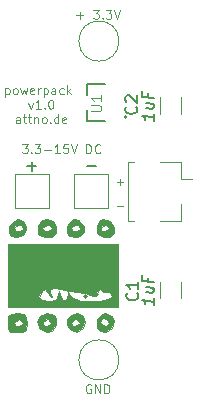
<source format=gbr>
%TF.GenerationSoftware,KiCad,Pcbnew,(5.1.8)-1*%
%TF.CreationDate,2021-02-08T12:26:20+01:00*%
%TF.ProjectId,powerpack,706f7765-7270-4616-936b-2e6b69636164,rev?*%
%TF.SameCoordinates,Original*%
%TF.FileFunction,Legend,Top*%
%TF.FilePolarity,Positive*%
%FSLAX46Y46*%
G04 Gerber Fmt 4.6, Leading zero omitted, Abs format (unit mm)*
G04 Created by KiCad (PCBNEW (5.1.8)-1) date 2021-02-08 12:26:20*
%MOMM*%
%LPD*%
G01*
G04 APERTURE LIST*
%ADD10C,0.075000*%
%ADD11C,0.100000*%
%ADD12C,0.120000*%
%ADD13C,0.200000*%
%ADD14C,0.127000*%
%ADD15C,0.010000*%
%ADD16C,0.015000*%
%ADD17C,0.150000*%
G04 APERTURE END LIST*
D10*
X176447485Y-33835571D02*
X177018914Y-33835571D01*
X176733200Y-34121285D02*
X176733200Y-33549857D01*
X176447485Y-35829471D02*
X177018914Y-35829471D01*
X173042485Y-19738571D02*
X173613914Y-19738571D01*
X173328200Y-20024285D02*
X173328200Y-19452857D01*
X174471057Y-19274285D02*
X174935342Y-19274285D01*
X174685342Y-19560000D01*
X174792485Y-19560000D01*
X174863914Y-19595714D01*
X174899628Y-19631428D01*
X174935342Y-19702857D01*
X174935342Y-19881428D01*
X174899628Y-19952857D01*
X174863914Y-19988571D01*
X174792485Y-20024285D01*
X174578200Y-20024285D01*
X174506771Y-19988571D01*
X174471057Y-19952857D01*
X175256771Y-19952857D02*
X175292485Y-19988571D01*
X175256771Y-20024285D01*
X175221057Y-19988571D01*
X175256771Y-19952857D01*
X175256771Y-20024285D01*
X175542485Y-19274285D02*
X176006771Y-19274285D01*
X175756771Y-19560000D01*
X175863914Y-19560000D01*
X175935342Y-19595714D01*
X175971057Y-19631428D01*
X176006771Y-19702857D01*
X176006771Y-19881428D01*
X175971057Y-19952857D01*
X175935342Y-19988571D01*
X175863914Y-20024285D01*
X175649628Y-20024285D01*
X175578200Y-19988571D01*
X175542485Y-19952857D01*
X176221057Y-19274285D02*
X176471057Y-20024285D01*
X176721057Y-19274285D01*
X174256771Y-50983800D02*
X174185342Y-50948085D01*
X174078200Y-50948085D01*
X173971057Y-50983800D01*
X173899628Y-51055228D01*
X173863914Y-51126657D01*
X173828200Y-51269514D01*
X173828200Y-51376657D01*
X173863914Y-51519514D01*
X173899628Y-51590942D01*
X173971057Y-51662371D01*
X174078200Y-51698085D01*
X174149628Y-51698085D01*
X174256771Y-51662371D01*
X174292485Y-51626657D01*
X174292485Y-51376657D01*
X174149628Y-51376657D01*
X174613914Y-51698085D02*
X174613914Y-50948085D01*
X175042485Y-51698085D01*
X175042485Y-50948085D01*
X175399628Y-51698085D02*
X175399628Y-50948085D01*
X175578200Y-50948085D01*
X175685342Y-50983800D01*
X175756771Y-51055228D01*
X175792485Y-51126657D01*
X175828200Y-51269514D01*
X175828200Y-51376657D01*
X175792485Y-51519514D01*
X175756771Y-51590942D01*
X175685342Y-51662371D01*
X175578200Y-51698085D01*
X175399628Y-51698085D01*
D11*
X167017285Y-25893885D02*
X167017285Y-26643885D01*
X167017285Y-25929600D02*
X167088714Y-25893885D01*
X167231571Y-25893885D01*
X167303000Y-25929600D01*
X167338714Y-25965314D01*
X167374428Y-26036742D01*
X167374428Y-26251028D01*
X167338714Y-26322457D01*
X167303000Y-26358171D01*
X167231571Y-26393885D01*
X167088714Y-26393885D01*
X167017285Y-26358171D01*
X167803000Y-26393885D02*
X167731571Y-26358171D01*
X167695857Y-26322457D01*
X167660142Y-26251028D01*
X167660142Y-26036742D01*
X167695857Y-25965314D01*
X167731571Y-25929600D01*
X167803000Y-25893885D01*
X167910142Y-25893885D01*
X167981571Y-25929600D01*
X168017285Y-25965314D01*
X168053000Y-26036742D01*
X168053000Y-26251028D01*
X168017285Y-26322457D01*
X167981571Y-26358171D01*
X167910142Y-26393885D01*
X167803000Y-26393885D01*
X168303000Y-25893885D02*
X168445857Y-26393885D01*
X168588714Y-26036742D01*
X168731571Y-26393885D01*
X168874428Y-25893885D01*
X169445857Y-26358171D02*
X169374428Y-26393885D01*
X169231571Y-26393885D01*
X169160142Y-26358171D01*
X169124428Y-26286742D01*
X169124428Y-26001028D01*
X169160142Y-25929600D01*
X169231571Y-25893885D01*
X169374428Y-25893885D01*
X169445857Y-25929600D01*
X169481571Y-26001028D01*
X169481571Y-26072457D01*
X169124428Y-26143885D01*
X169803000Y-26393885D02*
X169803000Y-25893885D01*
X169803000Y-26036742D02*
X169838714Y-25965314D01*
X169874428Y-25929600D01*
X169945857Y-25893885D01*
X170017285Y-25893885D01*
X170267285Y-25893885D02*
X170267285Y-26643885D01*
X170267285Y-25929600D02*
X170338714Y-25893885D01*
X170481571Y-25893885D01*
X170553000Y-25929600D01*
X170588714Y-25965314D01*
X170624428Y-26036742D01*
X170624428Y-26251028D01*
X170588714Y-26322457D01*
X170553000Y-26358171D01*
X170481571Y-26393885D01*
X170338714Y-26393885D01*
X170267285Y-26358171D01*
X171267285Y-26393885D02*
X171267285Y-26001028D01*
X171231571Y-25929600D01*
X171160142Y-25893885D01*
X171017285Y-25893885D01*
X170945857Y-25929600D01*
X171267285Y-26358171D02*
X171195857Y-26393885D01*
X171017285Y-26393885D01*
X170945857Y-26358171D01*
X170910142Y-26286742D01*
X170910142Y-26215314D01*
X170945857Y-26143885D01*
X171017285Y-26108171D01*
X171195857Y-26108171D01*
X171267285Y-26072457D01*
X171945857Y-26358171D02*
X171874428Y-26393885D01*
X171731571Y-26393885D01*
X171660142Y-26358171D01*
X171624428Y-26322457D01*
X171588714Y-26251028D01*
X171588714Y-26036742D01*
X171624428Y-25965314D01*
X171660142Y-25929600D01*
X171731571Y-25893885D01*
X171874428Y-25893885D01*
X171945857Y-25929600D01*
X172267285Y-26393885D02*
X172267285Y-25643885D01*
X172338714Y-26108171D02*
X172553000Y-26393885D01*
X172553000Y-25893885D02*
X172267285Y-26179600D01*
X168981571Y-27118885D02*
X169160142Y-27618885D01*
X169338714Y-27118885D01*
X170017285Y-27618885D02*
X169588714Y-27618885D01*
X169803000Y-27618885D02*
X169803000Y-26868885D01*
X169731571Y-26976028D01*
X169660142Y-27047457D01*
X169588714Y-27083171D01*
X170338714Y-27547457D02*
X170374428Y-27583171D01*
X170338714Y-27618885D01*
X170303000Y-27583171D01*
X170338714Y-27547457D01*
X170338714Y-27618885D01*
X170838714Y-26868885D02*
X170910142Y-26868885D01*
X170981571Y-26904600D01*
X171017285Y-26940314D01*
X171053000Y-27011742D01*
X171088714Y-27154600D01*
X171088714Y-27333171D01*
X171053000Y-27476028D01*
X171017285Y-27547457D01*
X170981571Y-27583171D01*
X170910142Y-27618885D01*
X170838714Y-27618885D01*
X170767285Y-27583171D01*
X170731571Y-27547457D01*
X170695857Y-27476028D01*
X170660142Y-27333171D01*
X170660142Y-27154600D01*
X170695857Y-27011742D01*
X170731571Y-26940314D01*
X170767285Y-26904600D01*
X170838714Y-26868885D01*
X168267285Y-28843885D02*
X168267285Y-28451028D01*
X168231571Y-28379600D01*
X168160142Y-28343885D01*
X168017285Y-28343885D01*
X167945857Y-28379600D01*
X168267285Y-28808171D02*
X168195857Y-28843885D01*
X168017285Y-28843885D01*
X167945857Y-28808171D01*
X167910142Y-28736742D01*
X167910142Y-28665314D01*
X167945857Y-28593885D01*
X168017285Y-28558171D01*
X168195857Y-28558171D01*
X168267285Y-28522457D01*
X168517285Y-28343885D02*
X168803000Y-28343885D01*
X168624428Y-28093885D02*
X168624428Y-28736742D01*
X168660142Y-28808171D01*
X168731571Y-28843885D01*
X168803000Y-28843885D01*
X168945857Y-28343885D02*
X169231571Y-28343885D01*
X169053000Y-28093885D02*
X169053000Y-28736742D01*
X169088714Y-28808171D01*
X169160142Y-28843885D01*
X169231571Y-28843885D01*
X169481571Y-28343885D02*
X169481571Y-28843885D01*
X169481571Y-28415314D02*
X169517285Y-28379600D01*
X169588714Y-28343885D01*
X169695857Y-28343885D01*
X169767285Y-28379600D01*
X169803000Y-28451028D01*
X169803000Y-28843885D01*
X170267285Y-28843885D02*
X170195857Y-28808171D01*
X170160142Y-28772457D01*
X170124428Y-28701028D01*
X170124428Y-28486742D01*
X170160142Y-28415314D01*
X170195857Y-28379600D01*
X170267285Y-28343885D01*
X170374428Y-28343885D01*
X170445857Y-28379600D01*
X170481571Y-28415314D01*
X170517285Y-28486742D01*
X170517285Y-28701028D01*
X170481571Y-28772457D01*
X170445857Y-28808171D01*
X170374428Y-28843885D01*
X170267285Y-28843885D01*
X170838714Y-28772457D02*
X170874428Y-28808171D01*
X170838714Y-28843885D01*
X170803000Y-28808171D01*
X170838714Y-28772457D01*
X170838714Y-28843885D01*
X171517285Y-28843885D02*
X171517285Y-28093885D01*
X171517285Y-28808171D02*
X171445857Y-28843885D01*
X171303000Y-28843885D01*
X171231571Y-28808171D01*
X171195857Y-28772457D01*
X171160142Y-28701028D01*
X171160142Y-28486742D01*
X171195857Y-28415314D01*
X171231571Y-28379600D01*
X171303000Y-28343885D01*
X171445857Y-28343885D01*
X171517285Y-28379600D01*
X172160142Y-28808171D02*
X172088714Y-28843885D01*
X171945857Y-28843885D01*
X171874428Y-28808171D01*
X171838714Y-28736742D01*
X171838714Y-28451028D01*
X171874428Y-28379600D01*
X171945857Y-28343885D01*
X172088714Y-28343885D01*
X172160142Y-28379600D01*
X172195857Y-28451028D01*
X172195857Y-28522457D01*
X171838714Y-28593885D01*
X168446071Y-30640785D02*
X168910357Y-30640785D01*
X168660357Y-30926500D01*
X168767500Y-30926500D01*
X168838928Y-30962214D01*
X168874642Y-30997928D01*
X168910357Y-31069357D01*
X168910357Y-31247928D01*
X168874642Y-31319357D01*
X168838928Y-31355071D01*
X168767500Y-31390785D01*
X168553214Y-31390785D01*
X168481785Y-31355071D01*
X168446071Y-31319357D01*
X169231785Y-31319357D02*
X169267500Y-31355071D01*
X169231785Y-31390785D01*
X169196071Y-31355071D01*
X169231785Y-31319357D01*
X169231785Y-31390785D01*
X169517500Y-30640785D02*
X169981785Y-30640785D01*
X169731785Y-30926500D01*
X169838928Y-30926500D01*
X169910357Y-30962214D01*
X169946071Y-30997928D01*
X169981785Y-31069357D01*
X169981785Y-31247928D01*
X169946071Y-31319357D01*
X169910357Y-31355071D01*
X169838928Y-31390785D01*
X169624642Y-31390785D01*
X169553214Y-31355071D01*
X169517500Y-31319357D01*
X170303214Y-31105071D02*
X170874642Y-31105071D01*
X171624642Y-31390785D02*
X171196071Y-31390785D01*
X171410357Y-31390785D02*
X171410357Y-30640785D01*
X171338928Y-30747928D01*
X171267500Y-30819357D01*
X171196071Y-30855071D01*
X172303214Y-30640785D02*
X171946071Y-30640785D01*
X171910357Y-30997928D01*
X171946071Y-30962214D01*
X172017500Y-30926500D01*
X172196071Y-30926500D01*
X172267500Y-30962214D01*
X172303214Y-30997928D01*
X172338928Y-31069357D01*
X172338928Y-31247928D01*
X172303214Y-31319357D01*
X172267500Y-31355071D01*
X172196071Y-31390785D01*
X172017500Y-31390785D01*
X171946071Y-31355071D01*
X171910357Y-31319357D01*
X172553214Y-30640785D02*
X172803214Y-31390785D01*
X173053214Y-30640785D01*
X173874642Y-31390785D02*
X173874642Y-30640785D01*
X174053214Y-30640785D01*
X174160357Y-30676500D01*
X174231785Y-30747928D01*
X174267500Y-30819357D01*
X174303214Y-30962214D01*
X174303214Y-31069357D01*
X174267500Y-31212214D01*
X174231785Y-31283642D01*
X174160357Y-31355071D01*
X174053214Y-31390785D01*
X173874642Y-31390785D01*
X175053214Y-31319357D02*
X175017500Y-31355071D01*
X174910357Y-31390785D01*
X174838928Y-31390785D01*
X174731785Y-31355071D01*
X174660357Y-31283642D01*
X174624642Y-31212214D01*
X174588928Y-31069357D01*
X174588928Y-30962214D01*
X174624642Y-30819357D01*
X174660357Y-30747928D01*
X174731785Y-30676500D01*
X174838928Y-30640785D01*
X174910357Y-30640785D01*
X175017500Y-30676500D01*
X175053214Y-30712214D01*
D12*
%TO.C,J2.1*%
X176642500Y-21907500D02*
G75*
G03*
X176642500Y-21907500I-1700000J0D01*
G01*
D13*
%TO.C,U1*%
X177275800Y-28327200D02*
G75*
G03*
X177275800Y-28327200I-100000J0D01*
G01*
D14*
X173925800Y-28697200D02*
X175425800Y-28697200D01*
X173925800Y-25557200D02*
X173925800Y-26507200D01*
X175425800Y-25557200D02*
X173925800Y-25557200D01*
X173925800Y-27747200D02*
X173925800Y-28697200D01*
D15*
%TO.C,G\u002A\u002A\u002A*%
G36*
X173893747Y-43495495D02*
G01*
X173760063Y-43629179D01*
X173626378Y-43495495D01*
X173760063Y-43361810D01*
X173893747Y-43495495D01*
G37*
X173893747Y-43495495D02*
X173760063Y-43629179D01*
X173626378Y-43495495D01*
X173760063Y-43361810D01*
X173893747Y-43495495D01*
G36*
X175844616Y-37161621D02*
G01*
X176189535Y-37654800D01*
X176204682Y-38144721D01*
X175842967Y-38476700D01*
X175305060Y-38520196D01*
X174863836Y-38274550D01*
X174792540Y-38148126D01*
X174760179Y-37747074D01*
X175096905Y-37747074D01*
X175157517Y-37975968D01*
X175348494Y-38014442D01*
X175714311Y-37874849D01*
X175765326Y-37747074D01*
X175573428Y-37487358D01*
X175513737Y-37479705D01*
X175151630Y-37674055D01*
X175096905Y-37747074D01*
X174760179Y-37747074D01*
X174743638Y-37542083D01*
X174995700Y-37074345D01*
X175323144Y-36944968D01*
X175844616Y-37161621D01*
G37*
X175844616Y-37161621D02*
X176189535Y-37654800D01*
X176204682Y-38144721D01*
X175842967Y-38476700D01*
X175305060Y-38520196D01*
X174863836Y-38274550D01*
X174792540Y-38148126D01*
X174760179Y-37747074D01*
X175096905Y-37747074D01*
X175157517Y-37975968D01*
X175348494Y-38014442D01*
X175714311Y-37874849D01*
X175765326Y-37747074D01*
X175573428Y-37487358D01*
X175513737Y-37479705D01*
X175151630Y-37674055D01*
X175096905Y-37747074D01*
X174760179Y-37747074D01*
X174743638Y-37542083D01*
X174995700Y-37074345D01*
X175323144Y-36944968D01*
X175844616Y-37161621D01*
G36*
X173252015Y-37092979D02*
G01*
X173276508Y-37107792D01*
X173712871Y-37583879D01*
X173716182Y-38084885D01*
X173313573Y-38437591D01*
X173058955Y-38496800D01*
X172442750Y-38423154D01*
X172208372Y-38188578D01*
X172231576Y-37747074D01*
X172556905Y-37747074D01*
X172773462Y-37984277D01*
X172957957Y-38014442D01*
X173313763Y-37870071D01*
X173359010Y-37747074D01*
X173142453Y-37509870D01*
X172957957Y-37479705D01*
X172602152Y-37624076D01*
X172556905Y-37747074D01*
X172231576Y-37747074D01*
X172234969Y-37682517D01*
X172425925Y-37305167D01*
X172808207Y-36972562D01*
X173252015Y-37092979D01*
G37*
X173252015Y-37092979D02*
X173276508Y-37107792D01*
X173712871Y-37583879D01*
X173716182Y-38084885D01*
X173313573Y-38437591D01*
X173058955Y-38496800D01*
X172442750Y-38423154D01*
X172208372Y-38188578D01*
X172231576Y-37747074D01*
X172556905Y-37747074D01*
X172773462Y-37984277D01*
X172957957Y-38014442D01*
X173313763Y-37870071D01*
X173359010Y-37747074D01*
X173142453Y-37509870D01*
X172957957Y-37479705D01*
X172602152Y-37624076D01*
X172556905Y-37747074D01*
X172231576Y-37747074D01*
X172234969Y-37682517D01*
X172425925Y-37305167D01*
X172808207Y-36972562D01*
X173252015Y-37092979D01*
G36*
X171055863Y-37170201D02*
G01*
X171349918Y-37681293D01*
X171329754Y-38114238D01*
X170958936Y-38461617D01*
X170396308Y-38526798D01*
X169904273Y-38309780D01*
X169773529Y-38114238D01*
X169786762Y-37747074D01*
X170150589Y-37747074D01*
X170367146Y-37984277D01*
X170551642Y-38014442D01*
X170907447Y-37870071D01*
X170952694Y-37747074D01*
X170736137Y-37509870D01*
X170551642Y-37479705D01*
X170195836Y-37624076D01*
X170150589Y-37747074D01*
X169786762Y-37747074D01*
X169793819Y-37551287D01*
X170150781Y-37084095D01*
X170551642Y-36944968D01*
X171055863Y-37170201D01*
G37*
X171055863Y-37170201D02*
X171349918Y-37681293D01*
X171329754Y-38114238D01*
X170958936Y-38461617D01*
X170396308Y-38526798D01*
X169904273Y-38309780D01*
X169773529Y-38114238D01*
X169786762Y-37747074D01*
X170150589Y-37747074D01*
X170367146Y-37984277D01*
X170551642Y-38014442D01*
X170907447Y-37870071D01*
X170952694Y-37747074D01*
X170736137Y-37509870D01*
X170551642Y-37479705D01*
X170195836Y-37624076D01*
X170150589Y-37747074D01*
X169786762Y-37747074D01*
X169793819Y-37551287D01*
X170150781Y-37084095D01*
X170551642Y-36944968D01*
X171055863Y-37170201D01*
G36*
X168557829Y-37140677D02*
G01*
X168774874Y-37617205D01*
X168765657Y-37812720D01*
X168502511Y-38295192D01*
X168023534Y-38518402D01*
X167540523Y-38433985D01*
X167305464Y-38146146D01*
X167331618Y-37747074D01*
X167744273Y-37747074D01*
X167960830Y-37984277D01*
X168145326Y-38014442D01*
X168501131Y-37870071D01*
X168546378Y-37747074D01*
X168329821Y-37509870D01*
X168145326Y-37479705D01*
X167789520Y-37624076D01*
X167744273Y-37747074D01*
X167331618Y-37747074D01*
X167340235Y-37615598D01*
X167553296Y-37288728D01*
X168092136Y-37005900D01*
X168557829Y-37140677D01*
G37*
X168557829Y-37140677D02*
X168774874Y-37617205D01*
X168765657Y-37812720D01*
X168502511Y-38295192D01*
X168023534Y-38518402D01*
X167540523Y-38433985D01*
X167305464Y-38146146D01*
X167331618Y-37747074D01*
X167744273Y-37747074D01*
X167960830Y-37984277D01*
X168145326Y-38014442D01*
X168501131Y-37870071D01*
X168546378Y-37747074D01*
X168329821Y-37509870D01*
X168145326Y-37479705D01*
X167789520Y-37624076D01*
X167744273Y-37747074D01*
X167331618Y-37747074D01*
X167340235Y-37615598D01*
X167553296Y-37288728D01*
X168092136Y-37005900D01*
X168557829Y-37140677D01*
G36*
X176567431Y-44431284D02*
G01*
X167209536Y-44431284D01*
X167209536Y-43614310D01*
X169909660Y-43614310D01*
X170113823Y-43844436D01*
X170685326Y-43896547D01*
X171305607Y-43789884D01*
X171517886Y-43436469D01*
X171518446Y-43428653D01*
X171555792Y-43099136D01*
X171634714Y-43289001D01*
X171671735Y-43428653D01*
X171891974Y-43825151D01*
X172041772Y-43896547D01*
X172267031Y-43674540D01*
X172320551Y-43428653D01*
X172357897Y-43099136D01*
X172436819Y-43289001D01*
X172473840Y-43428653D01*
X172778683Y-43700269D01*
X173416429Y-43872800D01*
X174223228Y-43944487D01*
X175035231Y-43913569D01*
X175688585Y-43778285D01*
X176019441Y-43536875D01*
X176032694Y-43466889D01*
X175868299Y-43163306D01*
X175631642Y-43191130D01*
X175287745Y-43189265D01*
X175230589Y-43070271D01*
X175065710Y-42919677D01*
X174958859Y-42963453D01*
X174795208Y-43269110D01*
X174826449Y-43356814D01*
X174738108Y-43503326D01*
X174496599Y-43492480D01*
X174099773Y-43391011D01*
X174027431Y-43348145D01*
X173772738Y-43250366D01*
X173053722Y-43110699D01*
X171937984Y-42942076D01*
X171819166Y-42925750D01*
X171116664Y-42853506D01*
X170819991Y-42922274D01*
X170809582Y-43173544D01*
X170836722Y-43266649D01*
X170932983Y-43609358D01*
X170827873Y-43500586D01*
X170674276Y-43262890D01*
X170388913Y-42938279D01*
X170159653Y-43074681D01*
X170123446Y-43129206D01*
X169909660Y-43614310D01*
X167209536Y-43614310D01*
X167209536Y-39083916D01*
X176567431Y-39083916D01*
X176567431Y-44431284D01*
G37*
X176567431Y-44431284D02*
X167209536Y-44431284D01*
X167209536Y-43614310D01*
X169909660Y-43614310D01*
X170113823Y-43844436D01*
X170685326Y-43896547D01*
X171305607Y-43789884D01*
X171517886Y-43436469D01*
X171518446Y-43428653D01*
X171555792Y-43099136D01*
X171634714Y-43289001D01*
X171671735Y-43428653D01*
X171891974Y-43825151D01*
X172041772Y-43896547D01*
X172267031Y-43674540D01*
X172320551Y-43428653D01*
X172357897Y-43099136D01*
X172436819Y-43289001D01*
X172473840Y-43428653D01*
X172778683Y-43700269D01*
X173416429Y-43872800D01*
X174223228Y-43944487D01*
X175035231Y-43913569D01*
X175688585Y-43778285D01*
X176019441Y-43536875D01*
X176032694Y-43466889D01*
X175868299Y-43163306D01*
X175631642Y-43191130D01*
X175287745Y-43189265D01*
X175230589Y-43070271D01*
X175065710Y-42919677D01*
X174958859Y-42963453D01*
X174795208Y-43269110D01*
X174826449Y-43356814D01*
X174738108Y-43503326D01*
X174496599Y-43492480D01*
X174099773Y-43391011D01*
X174027431Y-43348145D01*
X173772738Y-43250366D01*
X173053722Y-43110699D01*
X171937984Y-42942076D01*
X171819166Y-42925750D01*
X171116664Y-42853506D01*
X170819991Y-42922274D01*
X170809582Y-43173544D01*
X170836722Y-43266649D01*
X170932983Y-43609358D01*
X170827873Y-43500586D01*
X170674276Y-43262890D01*
X170388913Y-42938279D01*
X170159653Y-43074681D01*
X170123446Y-43129206D01*
X169909660Y-43614310D01*
X167209536Y-43614310D01*
X167209536Y-39083916D01*
X176567431Y-39083916D01*
X176567431Y-44431284D01*
G36*
X176043904Y-45166480D02*
G01*
X176240654Y-45641573D01*
X176029868Y-46172584D01*
X175515098Y-46528567D01*
X175026811Y-46469938D01*
X174792540Y-46169179D01*
X174760755Y-45681258D01*
X175076553Y-45681258D01*
X175290529Y-45971669D01*
X175513737Y-46035495D01*
X175760498Y-45856105D01*
X175765326Y-45812688D01*
X175590912Y-45425214D01*
X175228860Y-45371407D01*
X175188935Y-45392817D01*
X175076553Y-45681258D01*
X174760755Y-45681258D01*
X174749931Y-45515107D01*
X175095592Y-45067489D01*
X175497957Y-44966021D01*
X176043904Y-45166480D01*
G37*
X176043904Y-45166480D02*
X176240654Y-45641573D01*
X176029868Y-46172584D01*
X175515098Y-46528567D01*
X175026811Y-46469938D01*
X174792540Y-46169179D01*
X174760755Y-45681258D01*
X175076553Y-45681258D01*
X175290529Y-45971669D01*
X175513737Y-46035495D01*
X175760498Y-45856105D01*
X175765326Y-45812688D01*
X175590912Y-45425214D01*
X175228860Y-45371407D01*
X175188935Y-45392817D01*
X175076553Y-45681258D01*
X174760755Y-45681258D01*
X174749931Y-45515107D01*
X175095592Y-45067489D01*
X175497957Y-44966021D01*
X176043904Y-45166480D01*
G36*
X173585289Y-45178444D02*
G01*
X173777885Y-45663785D01*
X173605549Y-46194147D01*
X173598254Y-46203067D01*
X173063409Y-46546202D01*
X172544163Y-46381062D01*
X172311457Y-46076454D01*
X172267281Y-45748074D01*
X172608150Y-45748074D01*
X172737214Y-45991871D01*
X172957957Y-46035495D01*
X173290716Y-45899832D01*
X173307764Y-45748074D01*
X173031738Y-45471839D01*
X172957957Y-45460653D01*
X172644459Y-45668804D01*
X172608150Y-45748074D01*
X172267281Y-45748074D01*
X172233801Y-45499210D01*
X172589594Y-45085656D01*
X173116510Y-44966021D01*
X173585289Y-45178444D01*
G37*
X173585289Y-45178444D02*
X173777885Y-45663785D01*
X173605549Y-46194147D01*
X173598254Y-46203067D01*
X173063409Y-46546202D01*
X172544163Y-46381062D01*
X172311457Y-46076454D01*
X172267281Y-45748074D01*
X172608150Y-45748074D01*
X172737214Y-45991871D01*
X172957957Y-46035495D01*
X173290716Y-45899832D01*
X173307764Y-45748074D01*
X173031738Y-45471839D01*
X172957957Y-45460653D01*
X172644459Y-45668804D01*
X172608150Y-45748074D01*
X172267281Y-45748074D01*
X172233801Y-45499210D01*
X172589594Y-45085656D01*
X173116510Y-44966021D01*
X173585289Y-45178444D01*
G36*
X171100082Y-45135559D02*
G01*
X171329754Y-45400962D01*
X171309464Y-45963913D01*
X170952502Y-46431105D01*
X170551642Y-46570232D01*
X170104555Y-46383396D01*
X169911345Y-46203067D01*
X169754977Y-45748074D01*
X170201835Y-45748074D01*
X170330899Y-45991871D01*
X170551642Y-46035495D01*
X170884401Y-45899832D01*
X170901449Y-45748074D01*
X170625422Y-45471839D01*
X170551642Y-45460653D01*
X170238143Y-45668804D01*
X170201835Y-45748074D01*
X169754977Y-45748074D01*
X169722913Y-45654779D01*
X169958945Y-45179680D01*
X170521788Y-44966437D01*
X170551642Y-44966021D01*
X171100082Y-45135559D01*
G37*
X171100082Y-45135559D02*
X171329754Y-45400962D01*
X171309464Y-45963913D01*
X170952502Y-46431105D01*
X170551642Y-46570232D01*
X170104555Y-46383396D01*
X169911345Y-46203067D01*
X169754977Y-45748074D01*
X170201835Y-45748074D01*
X170330899Y-45991871D01*
X170551642Y-46035495D01*
X170884401Y-45899832D01*
X170901449Y-45748074D01*
X170625422Y-45471839D01*
X170551642Y-45460653D01*
X170238143Y-45668804D01*
X170201835Y-45748074D01*
X169754977Y-45748074D01*
X169722913Y-45654779D01*
X169958945Y-45179680D01*
X170521788Y-44966437D01*
X170551642Y-44966021D01*
X171100082Y-45135559D01*
G36*
X168579772Y-45032271D02*
G01*
X168789174Y-45344778D01*
X168813747Y-45768126D01*
X168747496Y-46336257D01*
X168434989Y-46545659D01*
X168011642Y-46570232D01*
X167443511Y-46503981D01*
X167234109Y-46191474D01*
X167209536Y-45768126D01*
X167211874Y-45748074D01*
X167795519Y-45748074D01*
X167924583Y-45991871D01*
X168145326Y-46035495D01*
X168478085Y-45899832D01*
X168495133Y-45748074D01*
X168219107Y-45471839D01*
X168145326Y-45460653D01*
X167831827Y-45668804D01*
X167795519Y-45748074D01*
X167211874Y-45748074D01*
X167275787Y-45199995D01*
X167588294Y-44990594D01*
X168011642Y-44966021D01*
X168579772Y-45032271D01*
G37*
X168579772Y-45032271D02*
X168789174Y-45344778D01*
X168813747Y-45768126D01*
X168747496Y-46336257D01*
X168434989Y-46545659D01*
X168011642Y-46570232D01*
X167443511Y-46503981D01*
X167234109Y-46191474D01*
X167209536Y-45768126D01*
X167211874Y-45748074D01*
X167795519Y-45748074D01*
X167924583Y-45991871D01*
X168145326Y-46035495D01*
X168478085Y-45899832D01*
X168495133Y-45748074D01*
X168219107Y-45471839D01*
X168145326Y-45460653D01*
X167831827Y-45668804D01*
X167795519Y-45748074D01*
X167211874Y-45748074D01*
X167275787Y-45199995D01*
X167588294Y-44990594D01*
X168011642Y-44966021D01*
X168579772Y-45032271D01*
D12*
%TO.C,C1*%
X180090000Y-42265548D02*
X180090000Y-43688052D01*
X181910000Y-42265548D02*
X181910000Y-43688052D01*
%TO.C,C2*%
X181910000Y-26669948D02*
X181910000Y-28092452D01*
X180090000Y-26669948D02*
X180090000Y-28092452D01*
%TO.C,J1*%
X180152400Y-32135600D02*
X181902400Y-32135600D01*
X181902400Y-32135600D02*
X181902400Y-33585600D01*
X181902400Y-33585600D02*
X182792400Y-33585600D01*
X180152400Y-37155600D02*
X181902400Y-37155600D01*
X181902400Y-37155600D02*
X181902400Y-35705600D01*
X177932400Y-32135600D02*
X177382400Y-32135600D01*
X177382400Y-32135600D02*
X177382400Y-37155600D01*
X177382400Y-37155600D02*
X177932400Y-37155600D01*
%TO.C,-*%
X172844800Y-33119400D02*
X175744800Y-33119400D01*
X175744800Y-33119400D02*
X175744800Y-36019400D01*
X175744800Y-36019400D02*
X172844800Y-36019400D01*
X172844800Y-36019400D02*
X172844800Y-33119400D01*
%TO.C,+*%
X167815600Y-36019400D02*
X167815600Y-33119400D01*
X170715600Y-36019400D02*
X167815600Y-36019400D01*
X170715600Y-33119400D02*
X170715600Y-36019400D01*
X167815600Y-33119400D02*
X170715600Y-33119400D01*
%TO.C,J2.2*%
X176642500Y-48895000D02*
G75*
G03*
X176642500Y-48895000I-1700000J0D01*
G01*
%TO.C,U1*%
D16*
X174259142Y-27863714D02*
X174987714Y-27863714D01*
X175073428Y-27820857D01*
X175116285Y-27778000D01*
X175159142Y-27692285D01*
X175159142Y-27520857D01*
X175116285Y-27435142D01*
X175073428Y-27392285D01*
X174987714Y-27349428D01*
X174259142Y-27349428D01*
X175159142Y-26449428D02*
X175159142Y-26963714D01*
X175159142Y-26706571D02*
X174259142Y-26706571D01*
X174387714Y-26792285D01*
X174473428Y-26878000D01*
X174516285Y-26963714D01*
%TO.C,C1*%
D17*
X178182142Y-43245066D02*
X178229761Y-43292685D01*
X178277380Y-43435542D01*
X178277380Y-43530780D01*
X178229761Y-43673638D01*
X178134523Y-43768876D01*
X178039285Y-43816495D01*
X177848809Y-43864114D01*
X177705952Y-43864114D01*
X177515476Y-43816495D01*
X177420238Y-43768876D01*
X177325000Y-43673638D01*
X177277380Y-43530780D01*
X177277380Y-43435542D01*
X177325000Y-43292685D01*
X177372619Y-43245066D01*
X178277380Y-42292685D02*
X178277380Y-42864114D01*
X178277380Y-42578400D02*
X177277380Y-42578400D01*
X177420238Y-42673638D01*
X177515476Y-42768876D01*
X177563095Y-42864114D01*
X179602380Y-43672023D02*
X179602380Y-44243451D01*
X179602380Y-43957737D02*
X178602380Y-43832737D01*
X178745238Y-43945832D01*
X178840476Y-44052975D01*
X178888095Y-44154166D01*
X178935714Y-42731547D02*
X179602380Y-42814880D01*
X178935714Y-43160118D02*
X179459523Y-43225594D01*
X179554761Y-43189880D01*
X179602380Y-43100594D01*
X179602380Y-42957737D01*
X179554761Y-42856547D01*
X179507142Y-42802975D01*
X179078571Y-41939880D02*
X179078571Y-42273213D01*
X179602380Y-42338689D02*
X178602380Y-42213689D01*
X178602380Y-41737499D01*
%TO.C,C2*%
X178080542Y-27446266D02*
X178128161Y-27493885D01*
X178175780Y-27636742D01*
X178175780Y-27731980D01*
X178128161Y-27874838D01*
X178032923Y-27970076D01*
X177937685Y-28017695D01*
X177747209Y-28065314D01*
X177604352Y-28065314D01*
X177413876Y-28017695D01*
X177318638Y-27970076D01*
X177223400Y-27874838D01*
X177175780Y-27731980D01*
X177175780Y-27636742D01*
X177223400Y-27493885D01*
X177271019Y-27446266D01*
X177271019Y-27065314D02*
X177223400Y-27017695D01*
X177175780Y-26922457D01*
X177175780Y-26684361D01*
X177223400Y-26589123D01*
X177271019Y-26541504D01*
X177366257Y-26493885D01*
X177461495Y-26493885D01*
X177604352Y-26541504D01*
X178175780Y-27112933D01*
X178175780Y-26493885D01*
X179602380Y-28076423D02*
X179602380Y-28647851D01*
X179602380Y-28362137D02*
X178602380Y-28237137D01*
X178745238Y-28350232D01*
X178840476Y-28457375D01*
X178888095Y-28558566D01*
X178935714Y-27135947D02*
X179602380Y-27219280D01*
X178935714Y-27564518D02*
X179459523Y-27629994D01*
X179554761Y-27594280D01*
X179602380Y-27504994D01*
X179602380Y-27362137D01*
X179554761Y-27260947D01*
X179507142Y-27207375D01*
X179078571Y-26344280D02*
X179078571Y-26677613D01*
X179602380Y-26743089D02*
X178602380Y-26618089D01*
X178602380Y-26141899D01*
%TO.C,-*%
X173913847Y-32492828D02*
X174675752Y-32492828D01*
%TO.C,+*%
X168884647Y-32492828D02*
X169646552Y-32492828D01*
X169265600Y-32873780D02*
X169265600Y-32111876D01*
%TD*%
M02*

</source>
